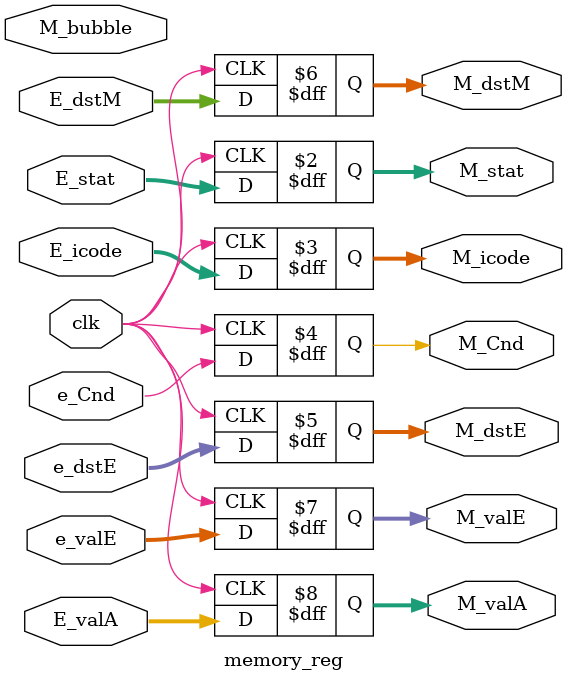
<source format=v>
module memory_reg(clk, M_bubble,E_stat,E_icode,e_Cnd,e_valE,E_valA,e_dstE,E_dstM,M_stat,M_icode, M_Cnd,M_valE,M_valA,M_dstE,M_dstM);

input clk;
input M_bubble;
input [3:0]E_stat;
input [3:0]E_icode; 
input e_Cnd; 
input [3:0]e_dstE;
input [3:0]E_dstM;
input [63:0]E_valA;
input [63:0]e_valE;

output reg [3:0] M_stat;
output reg [3:0] M_icode; 
output reg M_Cnd;
output reg [3:0]M_dstE;
output reg [3:0]M_dstM;
output reg [63:0]M_valE;
output reg [63:0]M_valA;

always @(posedge(clk))begin
	M_stat <= E_stat;
	M_Cnd <= e_Cnd;
	M_valE <= e_valE;
	M_dstM <= E_dstM;
	M_icode <= E_icode;
	M_dstE <= e_dstE;
	M_valA <= E_valA;
end
endmodule

</source>
